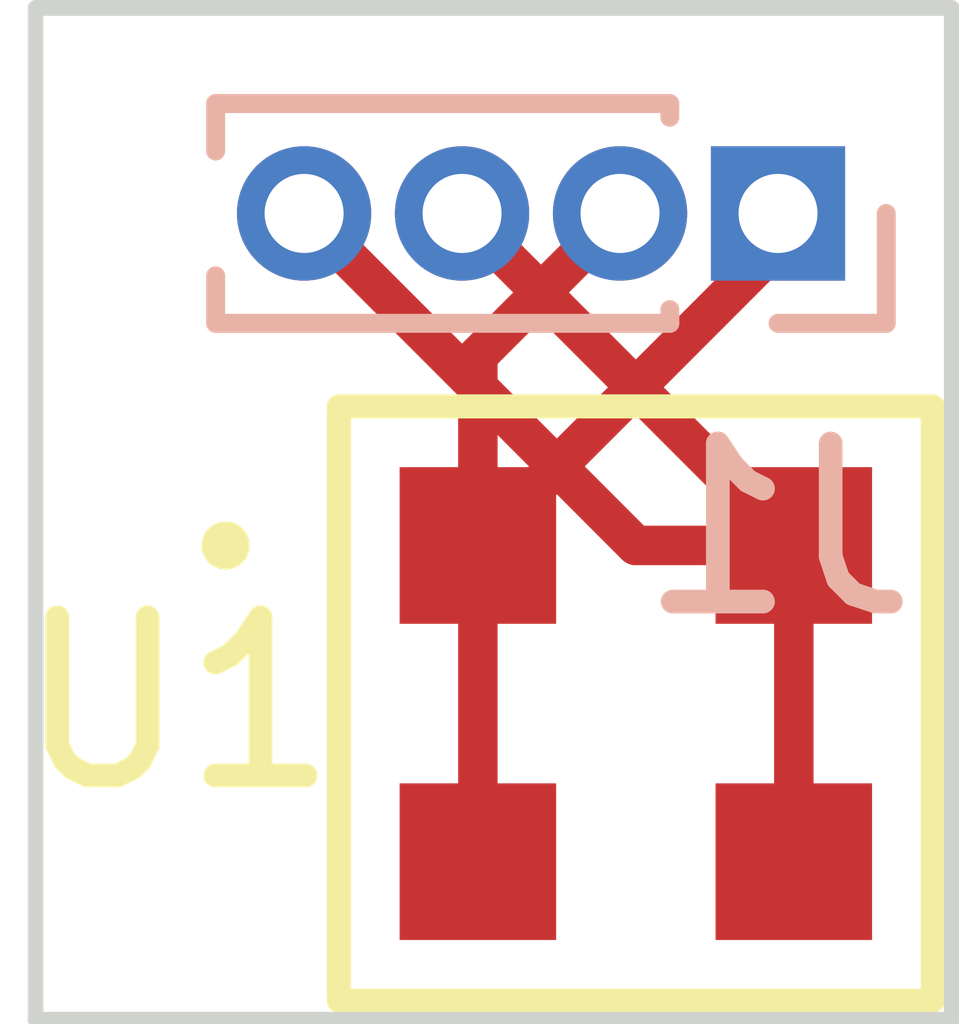
<source format=kicad_pcb>
(kicad_pcb (version 20221018) (generator pcbnew)
  (layers (0 "F.Cu" signal) (31 "B.Cu" signal) (34 "B.Paste" user) (35 "F.Paste" user) (36 "B.SilkS" user "B.Silkscreen") (37 "F.SilkS" user "F.Silkscreen") (38 "B.Mask" user) (39 "F.Mask" user) (44 "Edge.Cuts" user))
  (net 0 "")
  (net 1 "Net-(J1-Pin_1)")
  (footprint "NanoFloat Pressure Sensor:Pressure Sensor Footprint" (layer "F.Cu") (at 148.000001 92.000001)
    (fp_text reference "U1" (at -2.900001 -0.000001 unlocked) (layer "F.SilkS"))
    (fp_text value "~" hide)
    (fp_line (start -1.8796 -1.8796) (end -1.8796 1.8796) (stroke (width 0.1524)) (layer "F.SilkS"))
    (fp_line (start -1.8796 1.8796) (end 1.8796 1.8796) (stroke (width 0.1524)) (layer "F.SilkS"))
    (fp_line (start 1.8796 -1.8796) (end -1.8796 -1.8796) (stroke (width 0.1524)) (layer "F.SilkS"))
    (fp_line (start 1.8796 1.8796) (end 1.8796 -1.8796) (stroke (width 0.1524)) (layer "F.SilkS"))
    (fp_circle (center -2.5969 -1) (end -2.5207 -1) (stroke (width 0.1524)) (fill none) (layer "F.SilkS"))
    (pad "1" smd rect (at -1.000001 -1.000001) (size 0.9906 0.9906) (layers "F.Cu" "F.Paste" "F.Mask") (net 1 "Net-(J1-Pin_1)"))
    (pad "2" smd rect (at -1.000001 1.000001) (size 0.9906 0.9906) (layers "F.Cu" "F.Paste" "F.Mask") (net 1 "Net-(J1-Pin_1)"))
    (pad "3" smd rect (at 1.000001 1.000001) (size 0.9906 0.9906) (layers "F.Cu" "F.Paste" "F.Mask") (net 1 "Net-(J1-Pin_1)"))
    (pad "4" smd rect (at 1.000001 -1.000001) (size 0.9906 0.9906) (layers "F.Cu" "F.Paste" "F.Mask") (net 1 "Net-(J1-Pin_1)"))
  )
  (footprint "Connector_PinHeader_1.00mm:PinHeader_1x04_P1.00mm_Vertical" (layer "B.Cu") (at 148.9 88.9 90)
    (fp_text reference "J1" (at -2 0) (layer "B.SilkS") (effects (justify mirror)))
    (fp_text value "Conn_01x04_Pin" hide)
    (fp_line (start -0.695 -3.56) (end -0.394493 -3.56) (stroke (width 0.12)) (layer "B.SilkS"))
    (fp_line (start -0.695 -0.685) (end -0.695 -3.56) (stroke (width 0.12)) (layer "B.SilkS"))
    (fp_line (start -0.695 -0.685) (end -0.608276 -0.685) (stroke (width 0.12)) (layer "B.SilkS"))
    (fp_line (start -0.695 0) (end -0.695 0.685) (stroke (width 0.12)) (layer "B.SilkS"))
    (fp_line (start -0.695 0.685) (end 0 0.685) (stroke (width 0.12)) (layer "B.SilkS"))
    (fp_line (start 0.394493 -3.56) (end 0.695 -3.56) (stroke (width 0.12)) (layer "B.SilkS"))
    (fp_line (start 0.608276 -0.685) (end 0.695 -0.685) (stroke (width 0.12)) (layer "B.SilkS"))
    (fp_line (start 0.695 -0.685) (end 0.695 -3.56) (stroke (width 0.12)) (layer "B.SilkS"))
    (pad "1" thru_hole rect (at 0 0 90) (size 0.85 0.85) (drill 0.5) (layers "*.Cu" "*.Mask") (net 1 "Net-(J1-Pin_1)"))
    (pad "2" thru_hole oval (at 0 -1 90) (size 0.85 0.85) (drill 0.5) (layers "*.Cu" "*.Mask") (net 1 "Net-(J1-Pin_1)"))
    (pad "3" thru_hole oval (at 0 -2 90) (size 0.85 0.85) (drill 0.5) (layers "*.Cu" "*.Mask") (net 1 "Net-(J1-Pin_1)"))
    (pad "4" thru_hole oval (at 0 -3 90) (size 0.85 0.85) (drill 0.5) (layers "*.Cu" "*.Mask") (net 1 "Net-(J1-Pin_1)"))
  )
  (gr_rect (start 144.2 87.6) (end 150 94) (stroke (width 0.1)) (fill none) (layer "Edge.Cuts"))
  (segment (start 149.000002 93.000002) (end 149.000002 91.000002) (width 0.25) (layer "F.Cu") (net 1))
  (segment (start 147 91) (end 148.9 89.1) (width 0.25) (layer "F.Cu") (net 1))
  (segment (start 149.000002 91.000002) (end 146.9 88.9) (width 0.25) (layer "F.Cu") (net 1))
  (segment (start 149.000002 91) (end 148 91) (width 0.25) (layer "F.Cu") (net 1))
  (segment (start 148.9 89.1) (end 148.9 88.9) (width 0.25) (layer "F.Cu") (net 1))
  (segment (start 147 93.000002) (end 147 89.8) (width 0.25) (layer "F.Cu") (net 1))
  (segment (start 148 91) (end 145.9 88.9) (width 0.25) (layer "F.Cu") (net 1))
  (segment (start 147 89.8) (end 147.9 88.9) (width 0.25) (layer "F.Cu") (net 1))
)
</source>
